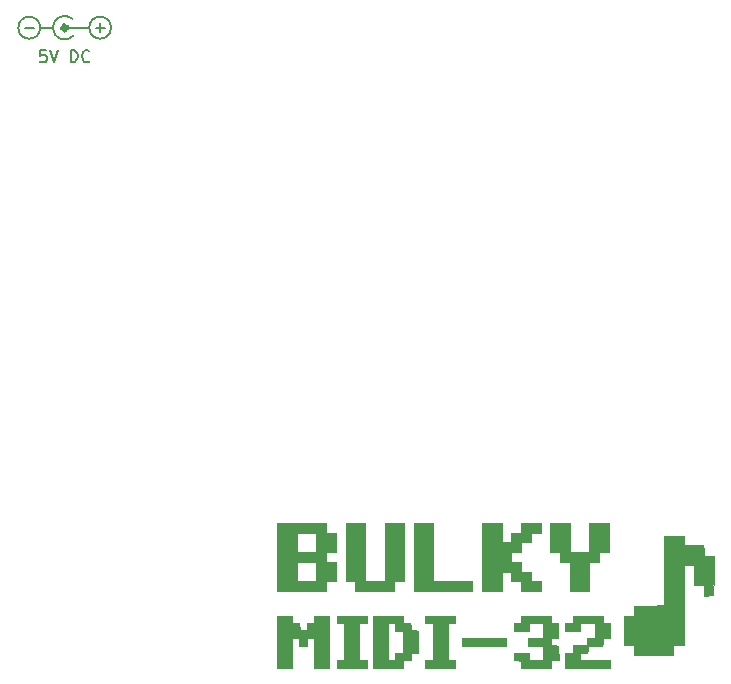
<source format=gto>
G04 #@! TF.GenerationSoftware,KiCad,Pcbnew,(5.1.8)-1*
G04 #@! TF.CreationDate,2024-04-07T02:56:49+02:00*
G04 #@! TF.ProjectId,BulkyMIDI-32 Input Switch FB2,42756c6b-794d-4494-9449-2d333220496e,rev?*
G04 #@! TF.SameCoordinates,Original*
G04 #@! TF.FileFunction,Legend,Top*
G04 #@! TF.FilePolarity,Positive*
%FSLAX46Y46*%
G04 Gerber Fmt 4.6, Leading zero omitted, Abs format (unit mm)*
G04 Created by KiCad (PCBNEW (5.1.8)-1) date 2024-04-07 02:56:49*
%MOMM*%
%LPD*%
G01*
G04 APERTURE LIST*
%ADD10C,0.150000*%
%ADD11C,0.010000*%
%ADD12C,0.500000*%
G04 APERTURE END LIST*
D10*
X81613571Y-58507380D02*
X81137380Y-58507380D01*
X81089761Y-58983571D01*
X81137380Y-58935952D01*
X81232619Y-58888333D01*
X81470714Y-58888333D01*
X81565952Y-58935952D01*
X81613571Y-58983571D01*
X81661190Y-59078809D01*
X81661190Y-59316904D01*
X81613571Y-59412142D01*
X81565952Y-59459761D01*
X81470714Y-59507380D01*
X81232619Y-59507380D01*
X81137380Y-59459761D01*
X81089761Y-59412142D01*
X81946904Y-58507380D02*
X82280238Y-59507380D01*
X82613571Y-58507380D01*
X83708809Y-59507380D02*
X83708809Y-58507380D01*
X83946904Y-58507380D01*
X84089761Y-58555000D01*
X84185000Y-58650238D01*
X84232619Y-58745476D01*
X84280238Y-58935952D01*
X84280238Y-59078809D01*
X84232619Y-59269285D01*
X84185000Y-59364523D01*
X84089761Y-59459761D01*
X83946904Y-59507380D01*
X83708809Y-59507380D01*
X85280238Y-59412142D02*
X85232619Y-59459761D01*
X85089761Y-59507380D01*
X84994523Y-59507380D01*
X84851666Y-59459761D01*
X84756428Y-59364523D01*
X84708809Y-59269285D01*
X84661190Y-59078809D01*
X84661190Y-58935952D01*
X84708809Y-58745476D01*
X84756428Y-58650238D01*
X84851666Y-58555000D01*
X84994523Y-58507380D01*
X85089761Y-58507380D01*
X85232619Y-58555000D01*
X85280238Y-58602619D01*
D11*
G36*
X125958500Y-100990500D02*
G01*
X127609500Y-100990500D01*
X127609500Y-98514000D01*
X129260500Y-98514000D01*
X129260500Y-100990500D01*
X128435000Y-100990500D01*
X128435000Y-101816000D01*
X127609500Y-101816000D01*
X127609500Y-104292500D01*
X125958500Y-104292500D01*
X125958500Y-101816000D01*
X125133000Y-101816000D01*
X125133000Y-100990500D01*
X124307500Y-100990500D01*
X124307500Y-98514000D01*
X125958500Y-98514000D01*
X125958500Y-100990500D01*
G37*
X125958500Y-100990500D02*
X127609500Y-100990500D01*
X127609500Y-98514000D01*
X129260500Y-98514000D01*
X129260500Y-100990500D01*
X128435000Y-100990500D01*
X128435000Y-101816000D01*
X127609500Y-101816000D01*
X127609500Y-104292500D01*
X125958500Y-104292500D01*
X125958500Y-101816000D01*
X125133000Y-101816000D01*
X125133000Y-100990500D01*
X124307500Y-100990500D01*
X124307500Y-98514000D01*
X125958500Y-98514000D01*
X125958500Y-100990500D01*
G36*
X120180000Y-100165000D02*
G01*
X121005500Y-100165000D01*
X121005500Y-99339500D01*
X121831000Y-99339500D01*
X121831000Y-98514000D01*
X123482000Y-98514000D01*
X123482000Y-99339500D01*
X122656500Y-99339500D01*
X122656500Y-100165000D01*
X121831000Y-100165000D01*
X121831000Y-100990500D01*
X121005500Y-100990500D01*
X121005500Y-101816000D01*
X121831000Y-101816000D01*
X121831000Y-102641500D01*
X122656500Y-102641500D01*
X122656500Y-103467000D01*
X123482000Y-103467000D01*
X123482000Y-104292500D01*
X121831000Y-104292500D01*
X121831000Y-103467000D01*
X121005500Y-103467000D01*
X121005500Y-102641500D01*
X120180000Y-102641500D01*
X120180000Y-104292500D01*
X118529000Y-104292500D01*
X118529000Y-98514000D01*
X120180000Y-98514000D01*
X120180000Y-100165000D01*
G37*
X120180000Y-100165000D02*
X121005500Y-100165000D01*
X121005500Y-99339500D01*
X121831000Y-99339500D01*
X121831000Y-98514000D01*
X123482000Y-98514000D01*
X123482000Y-99339500D01*
X122656500Y-99339500D01*
X122656500Y-100165000D01*
X121831000Y-100165000D01*
X121831000Y-100990500D01*
X121005500Y-100990500D01*
X121005500Y-101816000D01*
X121831000Y-101816000D01*
X121831000Y-102641500D01*
X122656500Y-102641500D01*
X122656500Y-103467000D01*
X123482000Y-103467000D01*
X123482000Y-104292500D01*
X121831000Y-104292500D01*
X121831000Y-103467000D01*
X121005500Y-103467000D01*
X121005500Y-102641500D01*
X120180000Y-102641500D01*
X120180000Y-104292500D01*
X118529000Y-104292500D01*
X118529000Y-98514000D01*
X120180000Y-98514000D01*
X120180000Y-100165000D01*
G36*
X114401500Y-103467000D02*
G01*
X117703500Y-103467000D01*
X117703500Y-104292500D01*
X112750500Y-104292500D01*
X112750500Y-98514000D01*
X114401500Y-98514000D01*
X114401500Y-103467000D01*
G37*
X114401500Y-103467000D02*
X117703500Y-103467000D01*
X117703500Y-104292500D01*
X112750500Y-104292500D01*
X112750500Y-98514000D01*
X114401500Y-98514000D01*
X114401500Y-103467000D01*
G36*
X108623000Y-103467000D02*
G01*
X110274000Y-103467000D01*
X110274000Y-98514000D01*
X111925000Y-98514000D01*
X111925000Y-103467000D01*
X111099500Y-103467000D01*
X111099500Y-104292500D01*
X107797500Y-104292500D01*
X107797500Y-103467000D01*
X106972000Y-103467000D01*
X106972000Y-98514000D01*
X108623000Y-98514000D01*
X108623000Y-103467000D01*
G37*
X108623000Y-103467000D02*
X110274000Y-103467000D01*
X110274000Y-98514000D01*
X111925000Y-98514000D01*
X111925000Y-103467000D01*
X111099500Y-103467000D01*
X111099500Y-104292500D01*
X107797500Y-104292500D01*
X107797500Y-103467000D01*
X106972000Y-103467000D01*
X106972000Y-98514000D01*
X108623000Y-98514000D01*
X108623000Y-103467000D01*
G36*
X105321000Y-99339500D02*
G01*
X106146500Y-99339500D01*
X106146500Y-100990500D01*
X105321000Y-100990500D01*
X105321000Y-101816000D01*
X106146500Y-101816000D01*
X106146500Y-103467000D01*
X105321000Y-103467000D01*
X105321000Y-104292500D01*
X101193500Y-104292500D01*
X101193500Y-101816000D01*
X102844500Y-101816000D01*
X102844500Y-103467000D01*
X104495500Y-103467000D01*
X104495500Y-101816000D01*
X102844500Y-101816000D01*
X101193500Y-101816000D01*
X101193500Y-99339500D01*
X102844500Y-99339500D01*
X102844500Y-100990500D01*
X104495500Y-100990500D01*
X104495500Y-99339500D01*
X102844500Y-99339500D01*
X101193500Y-99339500D01*
X101193500Y-98514000D01*
X105321000Y-98514000D01*
X105321000Y-99339500D01*
G37*
X105321000Y-99339500D02*
X106146500Y-99339500D01*
X106146500Y-100990500D01*
X105321000Y-100990500D01*
X105321000Y-101816000D01*
X106146500Y-101816000D01*
X106146500Y-103467000D01*
X105321000Y-103467000D01*
X105321000Y-104292500D01*
X101193500Y-104292500D01*
X101193500Y-101816000D01*
X102844500Y-101816000D01*
X102844500Y-103467000D01*
X104495500Y-103467000D01*
X104495500Y-101816000D01*
X102844500Y-101816000D01*
X101193500Y-101816000D01*
X101193500Y-99339500D01*
X102844500Y-99339500D01*
X102844500Y-100990500D01*
X104495500Y-100990500D01*
X104495500Y-99339500D01*
X102844500Y-99339500D01*
X101193500Y-99339500D01*
X101193500Y-98514000D01*
X105321000Y-98514000D01*
X105321000Y-99339500D01*
G36*
X120592750Y-108261250D02*
G01*
X120592750Y-108896250D01*
X118703625Y-108913069D01*
X116814500Y-108929889D01*
X116814500Y-108227610D01*
X120592750Y-108261250D01*
G37*
X120592750Y-108261250D02*
X120592750Y-108896250D01*
X118703625Y-108913069D01*
X116814500Y-108929889D01*
X116814500Y-108227610D01*
X120592750Y-108261250D01*
G36*
X135610500Y-100419000D02*
G01*
X137255697Y-100419000D01*
X137274473Y-100847625D01*
X137293250Y-101276250D01*
X137722923Y-101295050D01*
X138152597Y-101313850D01*
X138135673Y-102977800D01*
X138118750Y-104641750D01*
X137325000Y-104679560D01*
X137325000Y-103784500D01*
X136436000Y-103784500D01*
X136436000Y-102070000D01*
X135610500Y-102070000D01*
X135610500Y-108864500D01*
X134721500Y-108864500D01*
X134721500Y-109690000D01*
X131356000Y-109690000D01*
X131356000Y-108864500D01*
X130530500Y-108864500D01*
X130530500Y-106388000D01*
X131350197Y-106388000D01*
X131368973Y-105959375D01*
X131387750Y-105530750D01*
X132641875Y-105513532D01*
X133896000Y-105496315D01*
X133896000Y-99593500D01*
X135610500Y-99593500D01*
X135610500Y-100419000D01*
G37*
X135610500Y-100419000D02*
X137255697Y-100419000D01*
X137274473Y-100847625D01*
X137293250Y-101276250D01*
X137722923Y-101295050D01*
X138152597Y-101313850D01*
X138135673Y-102977800D01*
X138118750Y-104641750D01*
X137325000Y-104679560D01*
X137325000Y-103784500D01*
X136436000Y-103784500D01*
X136436000Y-102070000D01*
X135610500Y-102070000D01*
X135610500Y-108864500D01*
X134721500Y-108864500D01*
X134721500Y-109690000D01*
X131356000Y-109690000D01*
X131356000Y-108864500D01*
X130530500Y-108864500D01*
X130530500Y-106388000D01*
X131350197Y-106388000D01*
X131368973Y-105959375D01*
X131387750Y-105530750D01*
X132641875Y-105513532D01*
X133896000Y-105496315D01*
X133896000Y-99593500D01*
X135610500Y-99593500D01*
X135610500Y-100419000D01*
G36*
X128752500Y-106952541D02*
G01*
X129054125Y-106971895D01*
X129355750Y-106991250D01*
X129355750Y-108261250D01*
X129057467Y-108280467D01*
X128759185Y-108299685D01*
X128739967Y-108597967D01*
X128720750Y-108896250D01*
X128105011Y-108914383D01*
X127489273Y-108932517D01*
X127470011Y-109231883D01*
X127450750Y-109531250D01*
X126847500Y-109569958D01*
X126847500Y-110134500D01*
X129387500Y-110134500D01*
X129387500Y-110769500D01*
X125577500Y-110769500D01*
X125577500Y-109499500D01*
X126212500Y-109499500D01*
X126212500Y-108864500D01*
X127419000Y-108864500D01*
X127419000Y-108229500D01*
X128054000Y-108229500D01*
X128054000Y-107023000D01*
X126847500Y-107023000D01*
X126847500Y-107658000D01*
X125577500Y-107658000D01*
X125577500Y-106959500D01*
X126212500Y-106959500D01*
X126212500Y-106388000D01*
X128752500Y-106388000D01*
X128752500Y-106952541D01*
G37*
X128752500Y-106952541D02*
X129054125Y-106971895D01*
X129355750Y-106991250D01*
X129355750Y-108261250D01*
X129057467Y-108280467D01*
X128759185Y-108299685D01*
X128739967Y-108597967D01*
X128720750Y-108896250D01*
X128105011Y-108914383D01*
X127489273Y-108932517D01*
X127470011Y-109231883D01*
X127450750Y-109531250D01*
X126847500Y-109569958D01*
X126847500Y-110134500D01*
X129387500Y-110134500D01*
X129387500Y-110769500D01*
X125577500Y-110769500D01*
X125577500Y-109499500D01*
X126212500Y-109499500D01*
X126212500Y-108864500D01*
X127419000Y-108864500D01*
X127419000Y-108229500D01*
X128054000Y-108229500D01*
X128054000Y-107023000D01*
X126847500Y-107023000D01*
X126847500Y-107658000D01*
X125577500Y-107658000D01*
X125577500Y-106959500D01*
X126212500Y-106959500D01*
X126212500Y-106388000D01*
X128752500Y-106388000D01*
X128752500Y-106952541D01*
G36*
X124371000Y-106952541D02*
G01*
X124672625Y-106971895D01*
X124974250Y-106991250D01*
X124974250Y-108261250D01*
X124371000Y-108299958D01*
X124371000Y-108857541D01*
X124672625Y-108876895D01*
X124974250Y-108896250D01*
X125010598Y-110134500D01*
X124371000Y-110134500D01*
X124371000Y-110769500D01*
X121837958Y-110769500D01*
X121799250Y-110166250D01*
X121497625Y-110146895D01*
X121196000Y-110127541D01*
X121196000Y-109499500D01*
X122466000Y-109499500D01*
X122466000Y-110134500D01*
X123672500Y-110134500D01*
X123672500Y-108932598D01*
X122434250Y-108896250D01*
X122434250Y-108261250D01*
X123053375Y-108243075D01*
X123672500Y-108224901D01*
X123672500Y-107023000D01*
X122466000Y-107023000D01*
X122466000Y-107658000D01*
X121196000Y-107658000D01*
X121196000Y-106959500D01*
X121831000Y-106959500D01*
X121831000Y-106388000D01*
X124371000Y-106388000D01*
X124371000Y-106952541D01*
G37*
X124371000Y-106952541D02*
X124672625Y-106971895D01*
X124974250Y-106991250D01*
X124974250Y-108261250D01*
X124371000Y-108299958D01*
X124371000Y-108857541D01*
X124672625Y-108876895D01*
X124974250Y-108896250D01*
X125010598Y-110134500D01*
X124371000Y-110134500D01*
X124371000Y-110769500D01*
X121837958Y-110769500D01*
X121799250Y-110166250D01*
X121497625Y-110146895D01*
X121196000Y-110127541D01*
X121196000Y-109499500D01*
X122466000Y-109499500D01*
X122466000Y-110134500D01*
X123672500Y-110134500D01*
X123672500Y-108932598D01*
X122434250Y-108896250D01*
X122434250Y-108261250D01*
X123053375Y-108243075D01*
X123672500Y-108224901D01*
X123672500Y-107023000D01*
X122466000Y-107023000D01*
X122466000Y-107658000D01*
X121196000Y-107658000D01*
X121196000Y-106959500D01*
X121831000Y-106959500D01*
X121831000Y-106388000D01*
X124371000Y-106388000D01*
X124371000Y-106952541D01*
G36*
X116243000Y-107023000D02*
G01*
X115608000Y-107023000D01*
X115608000Y-110134500D01*
X116243000Y-110134500D01*
X116243000Y-110769500D01*
X113703000Y-110769500D01*
X113703000Y-110134500D01*
X114338000Y-110134500D01*
X114338000Y-107023000D01*
X113703000Y-107023000D01*
X113703000Y-106388000D01*
X116243000Y-106388000D01*
X116243000Y-107023000D01*
G37*
X116243000Y-107023000D02*
X115608000Y-107023000D01*
X115608000Y-110134500D01*
X116243000Y-110134500D01*
X116243000Y-110769500D01*
X113703000Y-110769500D01*
X113703000Y-110134500D01*
X114338000Y-110134500D01*
X114338000Y-107023000D01*
X113703000Y-107023000D01*
X113703000Y-106388000D01*
X116243000Y-106388000D01*
X116243000Y-107023000D01*
G36*
X111861500Y-106952541D02*
G01*
X112163125Y-106971895D01*
X112464750Y-106991250D01*
X112483967Y-107289532D01*
X112503185Y-107587814D01*
X112801467Y-107607032D01*
X113099750Y-107626250D01*
X113099750Y-109531250D01*
X112496500Y-109569958D01*
X112496500Y-110134500D01*
X111861500Y-110134500D01*
X111861500Y-110769500D01*
X109321500Y-110769500D01*
X109321500Y-107023000D01*
X110591500Y-107023000D01*
X110591500Y-110134500D01*
X111163000Y-110134500D01*
X111163000Y-109499500D01*
X111798000Y-109499500D01*
X111798000Y-107658000D01*
X111163000Y-107658000D01*
X111163000Y-107023000D01*
X110591500Y-107023000D01*
X109321500Y-107023000D01*
X109321500Y-106388000D01*
X111861500Y-106388000D01*
X111861500Y-106952541D01*
G37*
X111861500Y-106952541D02*
X112163125Y-106971895D01*
X112464750Y-106991250D01*
X112483967Y-107289532D01*
X112503185Y-107587814D01*
X112801467Y-107607032D01*
X113099750Y-107626250D01*
X113099750Y-109531250D01*
X112496500Y-109569958D01*
X112496500Y-110134500D01*
X111861500Y-110134500D01*
X111861500Y-110769500D01*
X109321500Y-110769500D01*
X109321500Y-107023000D01*
X110591500Y-107023000D01*
X110591500Y-110134500D01*
X111163000Y-110134500D01*
X111163000Y-109499500D01*
X111798000Y-109499500D01*
X111798000Y-107658000D01*
X111163000Y-107658000D01*
X111163000Y-107023000D01*
X110591500Y-107023000D01*
X109321500Y-107023000D01*
X109321500Y-106388000D01*
X111861500Y-106388000D01*
X111861500Y-106952541D01*
G36*
X108750000Y-107023000D02*
G01*
X108115000Y-107023000D01*
X108115000Y-110134500D01*
X108750000Y-110134500D01*
X108750000Y-110769500D01*
X106210000Y-110769500D01*
X106210000Y-110134500D01*
X106845000Y-110134500D01*
X106845000Y-107023000D01*
X106210000Y-107023000D01*
X106210000Y-106388000D01*
X108750000Y-106388000D01*
X108750000Y-107023000D01*
G37*
X108750000Y-107023000D02*
X108115000Y-107023000D01*
X108115000Y-110134500D01*
X108750000Y-110134500D01*
X108750000Y-110769500D01*
X106210000Y-110769500D01*
X106210000Y-110134500D01*
X106845000Y-110134500D01*
X106845000Y-107023000D01*
X106210000Y-107023000D01*
X106210000Y-106388000D01*
X108750000Y-106388000D01*
X108750000Y-107023000D01*
G36*
X102463500Y-106670270D02*
G01*
X102463499Y-106952541D01*
X102765125Y-106971895D01*
X103066750Y-106991250D01*
X103105458Y-107594500D01*
X103663041Y-107594500D01*
X103682395Y-107292875D01*
X103701750Y-106991250D01*
X104003375Y-106971895D01*
X104304999Y-106952541D01*
X104305000Y-106670270D01*
X104305000Y-106388000D01*
X105575000Y-106388000D01*
X105575000Y-110769500D01*
X104305000Y-110769500D01*
X104305000Y-108293000D01*
X103733500Y-108293000D01*
X103733500Y-108934636D01*
X103066750Y-108896250D01*
X103047395Y-108594625D01*
X103028041Y-108293000D01*
X102463500Y-108293000D01*
X102463500Y-110769500D01*
X101193500Y-110769500D01*
X101193500Y-106388000D01*
X102463500Y-106388000D01*
X102463500Y-106670270D01*
G37*
X102463500Y-106670270D02*
X102463499Y-106952541D01*
X102765125Y-106971895D01*
X103066750Y-106991250D01*
X103105458Y-107594500D01*
X103663041Y-107594500D01*
X103682395Y-107292875D01*
X103701750Y-106991250D01*
X104003375Y-106971895D01*
X104304999Y-106952541D01*
X104305000Y-106670270D01*
X104305000Y-106388000D01*
X105575000Y-106388000D01*
X105575000Y-110769500D01*
X104305000Y-110769500D01*
X104305000Y-108293000D01*
X103733500Y-108293000D01*
X103733500Y-108934636D01*
X103066750Y-108896250D01*
X103047395Y-108594625D01*
X103028041Y-108293000D01*
X102463500Y-108293000D01*
X102463500Y-110769500D01*
X101193500Y-110769500D01*
X101193500Y-106388000D01*
X102463500Y-106388000D01*
X102463500Y-106670270D01*
D10*
X83185000Y-56590000D02*
X85185000Y-56590000D01*
X81185000Y-56590000D02*
X82085000Y-56590000D01*
X81110000Y-56590000D02*
G75*
G03*
X81110000Y-56590000I-925000J0D01*
G01*
X87110000Y-56590000D02*
G75*
G03*
X87110000Y-56590000I-925000J0D01*
G01*
D12*
X83360000Y-56590000D02*
G75*
G03*
X83360000Y-56590000I-175000J0D01*
G01*
D10*
X83860000Y-55840000D02*
G75*
G03*
X83935000Y-57265000I-675000J-750000D01*
G01*
X79804047Y-56586428D02*
X80565952Y-56586428D01*
X85804047Y-56586428D02*
X86565952Y-56586428D01*
X86185000Y-56967380D02*
X86185000Y-56205476D01*
M02*

</source>
